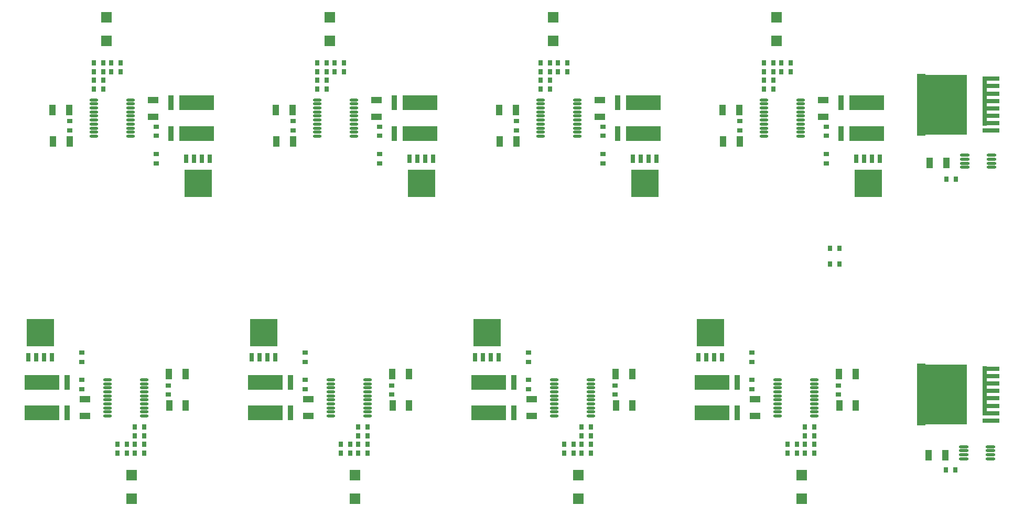
<source format=gtp>
G04*
G04 #@! TF.GenerationSoftware,Altium Limited,Altium Designer,19.1.8 (144)*
G04*
G04 Layer_Color=8421504*
%FSLAX25Y25*%
%MOIN*%
G70*
G01*
G75*
%ADD17O,0.05512X0.01772*%
%ADD18O,0.06299X0.01772*%
%ADD19R,0.03504X0.09606*%
%ADD20R,0.22047X0.09606*%
%ADD21R,0.03543X0.02756*%
%ADD22R,0.02756X0.03543*%
%ADD23R,0.17795X0.17480*%
%ADD24R,0.02795X0.05402*%
%ADD25R,0.11024X0.03150*%
%ADD26R,0.14000X0.38200*%
%ADD27R,0.06575X0.06516*%
%ADD28R,0.06693X0.04331*%
%ADD29R,0.04331X0.06693*%
%ADD30R,0.03150X0.31496*%
%ADD31R,0.05512X0.39764*%
%ADD32R,0.14567X0.38189*%
D17*
X670094Y386500D02*
D03*
Y383941D02*
D03*
Y381382D02*
D03*
Y378823D02*
D03*
Y376264D02*
D03*
Y373705D02*
D03*
Y371146D02*
D03*
Y368587D02*
D03*
Y366028D02*
D03*
Y363469D02*
D03*
X693323Y386500D02*
D03*
Y383941D02*
D03*
Y381382D02*
D03*
Y378823D02*
D03*
Y376264D02*
D03*
Y373705D02*
D03*
Y371146D02*
D03*
Y368587D02*
D03*
Y366028D02*
D03*
Y363469D02*
D03*
X528094Y386500D02*
D03*
Y383941D02*
D03*
Y381382D02*
D03*
Y378823D02*
D03*
Y376264D02*
D03*
Y373705D02*
D03*
Y371146D02*
D03*
Y368587D02*
D03*
Y366028D02*
D03*
Y363469D02*
D03*
X551323Y386500D02*
D03*
Y383941D02*
D03*
Y381382D02*
D03*
Y378823D02*
D03*
Y376264D02*
D03*
Y373705D02*
D03*
Y371146D02*
D03*
Y368587D02*
D03*
Y366028D02*
D03*
Y363469D02*
D03*
X386094Y386500D02*
D03*
Y383941D02*
D03*
Y381382D02*
D03*
Y378823D02*
D03*
Y376264D02*
D03*
Y373705D02*
D03*
Y371146D02*
D03*
Y368587D02*
D03*
Y366028D02*
D03*
Y363469D02*
D03*
X409323Y386500D02*
D03*
Y383941D02*
D03*
Y381382D02*
D03*
Y378823D02*
D03*
Y376264D02*
D03*
Y373705D02*
D03*
Y371146D02*
D03*
Y368587D02*
D03*
Y366028D02*
D03*
Y363469D02*
D03*
X244094Y386500D02*
D03*
Y383941D02*
D03*
Y381382D02*
D03*
Y378823D02*
D03*
Y376264D02*
D03*
Y373705D02*
D03*
Y371146D02*
D03*
Y368587D02*
D03*
Y366028D02*
D03*
Y363469D02*
D03*
X267323Y386500D02*
D03*
Y383941D02*
D03*
Y381382D02*
D03*
Y378823D02*
D03*
Y376264D02*
D03*
Y373705D02*
D03*
Y371146D02*
D03*
Y368587D02*
D03*
Y366028D02*
D03*
Y363469D02*
D03*
X275905Y185421D02*
D03*
Y187980D02*
D03*
Y190539D02*
D03*
Y193098D02*
D03*
Y195658D02*
D03*
Y198216D02*
D03*
Y200776D02*
D03*
Y203335D02*
D03*
Y205894D02*
D03*
Y208453D02*
D03*
X252677Y185421D02*
D03*
Y187980D02*
D03*
Y190539D02*
D03*
Y193098D02*
D03*
Y195658D02*
D03*
Y198216D02*
D03*
Y200776D02*
D03*
Y203335D02*
D03*
Y205894D02*
D03*
Y208453D02*
D03*
X417906Y185421D02*
D03*
Y187980D02*
D03*
Y190539D02*
D03*
Y193098D02*
D03*
Y195658D02*
D03*
Y198216D02*
D03*
Y200776D02*
D03*
Y203335D02*
D03*
Y205894D02*
D03*
Y208453D02*
D03*
X394677Y185421D02*
D03*
Y187980D02*
D03*
Y190539D02*
D03*
Y193098D02*
D03*
Y195658D02*
D03*
Y198216D02*
D03*
Y200776D02*
D03*
Y203335D02*
D03*
Y205894D02*
D03*
Y208453D02*
D03*
X559905Y185421D02*
D03*
Y187980D02*
D03*
Y190539D02*
D03*
Y193098D02*
D03*
Y195658D02*
D03*
Y198216D02*
D03*
Y200776D02*
D03*
Y203335D02*
D03*
Y205894D02*
D03*
Y208453D02*
D03*
X536677Y185421D02*
D03*
Y187980D02*
D03*
Y190539D02*
D03*
Y193098D02*
D03*
Y195658D02*
D03*
Y198216D02*
D03*
Y200776D02*
D03*
Y203335D02*
D03*
Y205894D02*
D03*
Y208453D02*
D03*
X701905Y185421D02*
D03*
Y187980D02*
D03*
Y190539D02*
D03*
Y193098D02*
D03*
Y195658D02*
D03*
Y198216D02*
D03*
Y200776D02*
D03*
Y203335D02*
D03*
Y205894D02*
D03*
Y208453D02*
D03*
X678677Y185421D02*
D03*
Y187980D02*
D03*
Y190539D02*
D03*
Y193098D02*
D03*
Y195658D02*
D03*
Y198216D02*
D03*
Y200776D02*
D03*
Y203335D02*
D03*
Y205894D02*
D03*
Y208453D02*
D03*
D18*
X813965Y158161D02*
D03*
Y160721D02*
D03*
Y163279D02*
D03*
Y165839D02*
D03*
X797035Y158161D02*
D03*
Y160721D02*
D03*
Y163279D02*
D03*
Y165839D02*
D03*
X814465Y343661D02*
D03*
Y346220D02*
D03*
Y348780D02*
D03*
Y351339D02*
D03*
X797535Y343661D02*
D03*
Y346220D02*
D03*
Y348780D02*
D03*
Y351339D02*
D03*
D19*
X718929Y384606D02*
D03*
Y365079D02*
D03*
X576929Y384606D02*
D03*
Y365079D02*
D03*
X434929Y384606D02*
D03*
Y365079D02*
D03*
X292929Y384606D02*
D03*
Y365079D02*
D03*
X227071Y187315D02*
D03*
Y206842D02*
D03*
X369071Y187315D02*
D03*
Y206842D02*
D03*
X511071Y187315D02*
D03*
Y206842D02*
D03*
X653071Y187315D02*
D03*
Y206842D02*
D03*
D20*
X735209Y384606D02*
D03*
Y365079D02*
D03*
X593209Y384606D02*
D03*
Y365079D02*
D03*
X451209Y384606D02*
D03*
Y365079D02*
D03*
X309209Y384606D02*
D03*
Y365079D02*
D03*
X210791Y187315D02*
D03*
Y206842D02*
D03*
X352791Y187315D02*
D03*
Y206842D02*
D03*
X494791Y187315D02*
D03*
Y206842D02*
D03*
X636791Y187315D02*
D03*
Y206842D02*
D03*
D21*
X654709Y367032D02*
D03*
Y372937D02*
D03*
X512709Y367032D02*
D03*
Y372937D02*
D03*
X370709Y367032D02*
D03*
Y372937D02*
D03*
X228709Y367032D02*
D03*
Y372937D02*
D03*
X291291Y204890D02*
D03*
Y198984D02*
D03*
X433291Y204890D02*
D03*
Y198984D02*
D03*
X575291Y204890D02*
D03*
Y198984D02*
D03*
X717291Y204890D02*
D03*
Y198984D02*
D03*
X709709Y352031D02*
D03*
Y346126D02*
D03*
X567709Y352031D02*
D03*
Y346126D02*
D03*
X425709Y352031D02*
D03*
Y346126D02*
D03*
X283709Y352031D02*
D03*
Y346126D02*
D03*
X236291Y219890D02*
D03*
Y225795D02*
D03*
X378291Y219890D02*
D03*
Y225795D02*
D03*
X520291Y219890D02*
D03*
Y225795D02*
D03*
X662291Y219890D02*
D03*
Y225795D02*
D03*
X709709Y369531D02*
D03*
Y363626D02*
D03*
X567709Y369531D02*
D03*
Y363626D02*
D03*
X425709Y369531D02*
D03*
Y363626D02*
D03*
X283709Y369531D02*
D03*
Y363626D02*
D03*
X236291Y202390D02*
D03*
Y208295D02*
D03*
X378291Y202390D02*
D03*
Y208295D02*
D03*
X520291Y202390D02*
D03*
Y208295D02*
D03*
X662291Y202390D02*
D03*
Y208295D02*
D03*
D22*
X717953Y282000D02*
D03*
X712047D02*
D03*
X712047Y292000D02*
D03*
X717953D02*
D03*
X785547Y151000D02*
D03*
X791453D02*
D03*
X786047Y336000D02*
D03*
X791953D02*
D03*
X676000Y399000D02*
D03*
X670094D02*
D03*
X534000D02*
D03*
X528094D02*
D03*
X392000D02*
D03*
X386094D02*
D03*
X250000D02*
D03*
X244094D02*
D03*
X270000Y172921D02*
D03*
X275905D02*
D03*
X412000D02*
D03*
X417906D02*
D03*
X554000D02*
D03*
X559905D02*
D03*
X696000D02*
D03*
X701905D02*
D03*
X676000Y393500D02*
D03*
X670094D02*
D03*
X534000D02*
D03*
X528094D02*
D03*
X392000D02*
D03*
X386094D02*
D03*
X250000D02*
D03*
X244094D02*
D03*
X270000Y178421D02*
D03*
X275905D02*
D03*
X412000D02*
D03*
X417906D02*
D03*
X554000D02*
D03*
X559905D02*
D03*
X696000D02*
D03*
X701905D02*
D03*
X676000Y404500D02*
D03*
X670094D02*
D03*
X534000D02*
D03*
X528094D02*
D03*
X392000D02*
D03*
X386094D02*
D03*
X250000D02*
D03*
X244094D02*
D03*
X270000Y167421D02*
D03*
X275905D02*
D03*
X412000D02*
D03*
X417906D02*
D03*
X554000D02*
D03*
X559905D02*
D03*
X696000D02*
D03*
X701905D02*
D03*
X676000Y410000D02*
D03*
X670094D02*
D03*
X534000D02*
D03*
X528094D02*
D03*
X392000D02*
D03*
X386094D02*
D03*
X250000D02*
D03*
X244094D02*
D03*
X270000Y161921D02*
D03*
X275905D02*
D03*
X412000D02*
D03*
X417906D02*
D03*
X554000D02*
D03*
X559905D02*
D03*
X696000D02*
D03*
X701905D02*
D03*
X686953Y410000D02*
D03*
X681047D02*
D03*
X544953D02*
D03*
X539047D02*
D03*
X402953D02*
D03*
X397047D02*
D03*
X260953D02*
D03*
X255047D02*
D03*
X259047Y161921D02*
D03*
X264953D02*
D03*
X401047D02*
D03*
X406953D02*
D03*
X543047D02*
D03*
X548953D02*
D03*
X685047D02*
D03*
X690953D02*
D03*
X686953Y404500D02*
D03*
X681047D02*
D03*
X544953D02*
D03*
X539047D02*
D03*
X402953D02*
D03*
X397047D02*
D03*
X260953D02*
D03*
X255047D02*
D03*
X259047Y167421D02*
D03*
X264953D02*
D03*
X401047D02*
D03*
X406953D02*
D03*
X543047D02*
D03*
X548953D02*
D03*
X685047D02*
D03*
X690953D02*
D03*
D23*
X736209Y333484D02*
D03*
X594209D02*
D03*
X452209D02*
D03*
X310209D02*
D03*
X209791Y238437D02*
D03*
X351791D02*
D03*
X493791D02*
D03*
X635791D02*
D03*
D24*
X728709Y349256D02*
D03*
X733709D02*
D03*
X738709D02*
D03*
X743709D02*
D03*
X586709D02*
D03*
X591709D02*
D03*
X596709D02*
D03*
X601709D02*
D03*
X444709D02*
D03*
X449709D02*
D03*
X454709D02*
D03*
X459709D02*
D03*
X302709D02*
D03*
X307709D02*
D03*
X312709D02*
D03*
X317709D02*
D03*
X217291Y222665D02*
D03*
X212291D02*
D03*
X207291D02*
D03*
X202291D02*
D03*
X359291D02*
D03*
X354291D02*
D03*
X349291D02*
D03*
X344291D02*
D03*
X501291D02*
D03*
X496291D02*
D03*
X491291D02*
D03*
X486291D02*
D03*
X643291D02*
D03*
X638291D02*
D03*
X633291D02*
D03*
X628291D02*
D03*
D25*
X814167Y182465D02*
D03*
Y187189D02*
D03*
Y191913D02*
D03*
Y215535D02*
D03*
Y210811D02*
D03*
Y206087D02*
D03*
Y201362D02*
D03*
Y196638D02*
D03*
Y366965D02*
D03*
Y371689D02*
D03*
Y376413D02*
D03*
Y400035D02*
D03*
Y395311D02*
D03*
Y390587D02*
D03*
Y385862D02*
D03*
Y381138D02*
D03*
D26*
X778539Y199000D02*
D03*
Y383500D02*
D03*
D27*
X678000Y424000D02*
D03*
Y439079D02*
D03*
X536000Y424000D02*
D03*
Y439079D02*
D03*
X394000Y424000D02*
D03*
Y439079D02*
D03*
X252000Y424000D02*
D03*
Y439079D02*
D03*
X268000Y147921D02*
D03*
Y132843D02*
D03*
X410000Y147921D02*
D03*
Y132843D02*
D03*
X552000Y147921D02*
D03*
Y132843D02*
D03*
X694000Y147921D02*
D03*
Y132843D02*
D03*
D28*
X707709Y386394D02*
D03*
Y375764D02*
D03*
X565709Y386394D02*
D03*
Y375764D02*
D03*
X423709Y386394D02*
D03*
Y375764D02*
D03*
X281709Y386394D02*
D03*
Y375764D02*
D03*
X238291Y185528D02*
D03*
Y196158D02*
D03*
X380291Y185528D02*
D03*
Y196158D02*
D03*
X522291Y185528D02*
D03*
Y196158D02*
D03*
X664291Y185528D02*
D03*
Y196158D02*
D03*
D29*
X654209Y379984D02*
D03*
X643579D02*
D03*
X512209D02*
D03*
X501579D02*
D03*
X370209D02*
D03*
X359579D02*
D03*
X228209D02*
D03*
X217579D02*
D03*
X291791Y191937D02*
D03*
X302421D02*
D03*
X433791D02*
D03*
X444421D02*
D03*
X575791D02*
D03*
X586421D02*
D03*
X717791D02*
D03*
X728421D02*
D03*
X654524Y359984D02*
D03*
X643894D02*
D03*
X512524D02*
D03*
X501894D02*
D03*
X370524D02*
D03*
X359894D02*
D03*
X228524D02*
D03*
X217894D02*
D03*
X291476Y211937D02*
D03*
X302106D02*
D03*
X433476D02*
D03*
X444106D02*
D03*
X575476D02*
D03*
X586106D02*
D03*
X717476D02*
D03*
X728106D02*
D03*
X785315Y160500D02*
D03*
X774685D02*
D03*
X785815Y346500D02*
D03*
X775185D02*
D03*
D30*
X810232Y201362D02*
D03*
Y385862D02*
D03*
D31*
X770075Y199000D02*
D03*
Y383500D02*
D03*
D32*
X791532Y199000D02*
D03*
Y383500D02*
D03*
M02*

</source>
